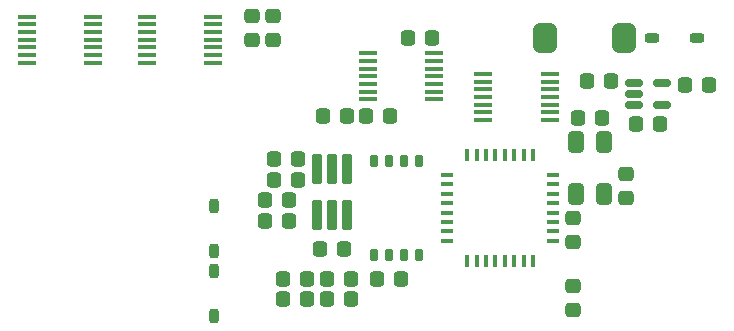
<source format=gtl>
G04*
G04  File:            DXEMU_STENCIL_V_1_0_(PCAD2006).STENC, Thu Jul 11 23:40:32 2019*
G04  Source:          P-CAD 2006 PCB, Version 19.02.958, (D:\retrocomputing\dxemu\PCB\dxemu_stencil_v_1_0_(pcad2006).pcb)*
G04  Format:          Gerber Format (RS-274-D), ASCII*
G04*
G04  Format Options:  Absolute Positioning*
G04                   Leading-Zero Suppression*
G04                   Scale Factor 1:1*
G04                   NO Circular Interpolation*
G04                   Inch Units*
G04                   Numeric Format: 4.4 (XXXX.XXXX)*
G04                   G54 NOT Used for Aperture Change*
G04                   Apertures Embedded*
G04*
G04  File Options:    Offset = (0.0mil,0.0mil)*
G04                   Drill Symbol Size = 80.0mil*
G04                   No Pad/Via Holes*
G04*
G04  File Contents:   Pads*
G04                   No Vias*
G04                   No Designators*
G04                   No Types*
G04                   No Values*
G04                   No Drill Symbols*
G04                   Top*
G04*
%INDXEMU_STENCIL_V_1_0_(PCAD2006).STENC*%
%ICAS*%
%MOIN*%
G04*
G04  Aperture MACROs for general use --- invoked via D-code assignment *
G04*
G04  General MACRO for flashed round with rotation and/or offset hole *
%AMROTOFFROUND*
1,1,$1,0.0000,0.0000*
1,0,$2,$3,$4*%
G04*
G04  General MACRO for flashed oval (obround) with rotation and/or offset hole *
%AMROTOFFOVAL*
21,1,$1,$2,0.0000,0.0000,$3*
1,1,$4,$5,$6*
1,1,$4,0-$5,0-$6*
1,0,$7,$8,$9*%
G04*
G04  General MACRO for flashed oval (obround) with rotation and no hole *
%AMROTOVALNOHOLE*
21,1,$1,$2,0.0000,0.0000,$3*
1,1,$4,$5,$6*
1,1,$4,0-$5,0-$6*%
G04*
G04  General MACRO for flashed rectangle with rotation and/or offset hole *
%AMROTOFFRECT*
21,1,$1,$2,0.0000,0.0000,$3*
1,0,$4,$5,$6*%
G04*
G04  General MACRO for flashed rectangle with rotation and no hole *
%AMROTRECTNOHOLE*
21,1,$1,$2,0.0000,0.0000,$3*%
G04*
G04  General MACRO for flashed rounded-rectangle *
%AMROUNDRECT*
21,1,$1,$2-$4,0.0000,0.0000,$3*
21,1,$1-$4,$2,0.0000,0.0000,$3*
1,1,$4,$5,$6*
1,1,$4,$7,$8*
1,1,$4,0-$5,0-$6*
1,1,$4,0-$7,0-$8*
1,0,$9,$10,$11*%
G04*
G04  General MACRO for flashed rounded-rectangle with rotation and no hole *
%AMROUNDRECTNOHOLE*
21,1,$1,$2-$4,0.0000,0.0000,$3*
21,1,$1-$4,$2,0.0000,0.0000,$3*
1,1,$4,$5,$6*
1,1,$4,$7,$8*
1,1,$4,0-$5,0-$6*
1,1,$4,0-$7,0-$8*%
G04*
G04  General MACRO for flashed regular polygon *
%AMREGPOLY*
5,1,$1,0.0000,0.0000,$2,$3+$4*
1,0,$5,$6,$7*%
G04*
G04  General MACRO for flashed regular polygon with no hole *
%AMREGPOLYNOHOLE*
5,1,$1,0.0000,0.0000,$2,$3+$4*%
G04*
G04  General MACRO for target *
%AMTARGET*
6,0,0,$1,$2,$3,4,$4,$5,$6*%
G04*
G04  General MACRO for mounting hole *
%AMMTHOLE*
1,1,$1,0,0*
1,0,$2,0,0*
$1=$1-$2*
$1=$1/2*
21,1,$2+$1,$3,0,0,$4*
21,1,$3,$2+$1,0,0,$4*%
G04*
G04*
G04  D10 : "Ellipse X0.254mm Y0.254mm H0.000mm 0.0deg (0.000mm,0.000mm) Draw"*
G04  Disc: OuterDia=0.0100*
%ADD10C, 0.0100*%
G04  D11 : "Ellipse X0.300mm Y0.300mm H0.000mm 0.0deg (0.000mm,0.000mm) Draw"*
G04  Disc: OuterDia=0.0118*
%ADD11C, 0.0118*%
G04  D12 : "Ellipse X0.400mm Y0.400mm H0.000mm 0.0deg (0.000mm,0.000mm) Draw"*
G04  Disc: OuterDia=0.0157*
%ADD12C, 0.0157*%
G04  D13 : "Ellipse X0.500mm Y0.500mm H0.000mm 0.0deg (0.000mm,0.000mm) Draw"*
G04  Disc: OuterDia=0.0197*
%ADD13C, 0.0197*%
G04  D14 : "Ellipse X0.050mm Y0.050mm H0.000mm 0.0deg (0.000mm,0.000mm) Draw"*
G04  Disc: OuterDia=0.0020*
%ADD14C, 0.0020*%
G04  D15 : "Ellipse X0.100mm Y0.100mm H0.000mm 0.0deg (0.000mm,0.000mm) Draw"*
G04  Disc: OuterDia=0.0039*
%ADD15C, 0.0039*%
G04  D16 : "Ellipse X0.800mm Y0.800mm H0.000mm 0.0deg (0.000mm,0.000mm) Draw"*
G04  Disc: OuterDia=0.0315*
%ADD16C, 0.0315*%
G04  D17 : "Ellipse X1.000mm Y1.000mm H0.000mm 0.0deg (0.000mm,0.000mm) Draw"*
G04  Disc: OuterDia=0.0394*
%ADD17C, 0.0394*%
G04  D18 : "Ellipse X0.167mm Y0.167mm H0.000mm 0.0deg (0.000mm,0.000mm) Draw"*
G04  Disc: OuterDia=0.0066*
%ADD18C, 0.0066*%
G04  D19 : "Ellipse X0.170mm Y0.170mm H0.000mm 0.0deg (0.000mm,0.000mm) Draw"*
G04  Disc: OuterDia=0.0067*
%ADD19C, 0.0067*%
G04  D20 : "Ellipse X0.250mm Y0.250mm H0.000mm 0.0deg (0.000mm,0.000mm) Draw"*
G04  Disc: OuterDia=0.0098*
%ADD20C, 0.0098*%
G04  D21 : "Rounded Rectangle X0.850mm Y2.600mm H0.000mm 0.0deg (0.000mm,0.000mm) Flash"*
G04  RoundRct: DimX=0.0335, DimY=0.1024, CornerRad=0.0084, Rotation=0.0, OffsetX=0.0000, OffsetY=0.0000, HoleDia=0.0000 *
%ADD21ROUNDRECTNOHOLE, 0.0335 X0.1024 X0.0 X0.0167 X-0.0084 X-0.0428 X-0.0084 X0.0428*%
G04  D22 : "Rounded Rectangle X1.231mm Y2.981mm H0.000mm 0.0deg (0.000mm,0.000mm) Flash"*
G04  RoundRct: DimX=0.0485, DimY=0.1174, CornerRad=0.0121, Rotation=0.0, OffsetX=0.0000, OffsetY=0.0000, HoleDia=0.0000 *
%ADD22ROUNDRECTNOHOLE, 0.0485 X0.1174 X0.0 X0.0242 X-0.0121 X-0.0466 X-0.0121 X0.0466*%
G04  D23 : "Rounded Rectangle X1.000mm Y0.400mm H0.000mm 0.0deg (0.000mm,0.000mm) Flash"*
G04  RoundRct: DimX=0.0394, DimY=0.0157, CornerRad=0.0039, Rotation=0.0, OffsetX=0.0000, OffsetY=0.0000, HoleDia=0.0000 *
%ADD23ROUNDRECTNOHOLE, 0.0394 X0.0157 X0.0 X0.0079 X-0.0157 X-0.0039 X-0.0157 X0.0039*%
G04  D24 : "Rounded Rectangle X0.400mm Y1.000mm H0.000mm 0.0deg (0.000mm,0.000mm) Flash"*
G04  RoundRct: DimX=0.0157, DimY=0.0394, CornerRad=0.0039, Rotation=0.0, OffsetX=0.0000, OffsetY=0.0000, HoleDia=0.0000 *
%ADD24ROUNDRECTNOHOLE, 0.0157 X0.0394 X0.0 X0.0079 X-0.0039 X-0.0157 X-0.0039 X0.0157*%
G04  D25 : "Rounded Rectangle X0.600mm Y1.100mm H0.000mm 0.0deg (0.000mm,0.000mm) Flash"*
G04  RoundRct: DimX=0.0236, DimY=0.0433, CornerRad=0.0059, Rotation=0.0, OffsetX=0.0000, OffsetY=0.0000, HoleDia=0.0000 *
%ADD25ROUNDRECTNOHOLE, 0.0236 X0.0433 X0.0 X0.0118 X-0.0059 X-0.0157 X-0.0059 X0.0157*%
G04  D26 : "Rounded Rectangle X1.200mm Y0.800mm H0.000mm 0.0deg (0.000mm,0.000mm) Flash"*
G04  RoundRct: DimX=0.0472, DimY=0.0315, CornerRad=0.0079, Rotation=0.0, OffsetX=0.0000, OffsetY=0.0000, HoleDia=0.0000 *
%ADD26ROUNDRECTNOHOLE, 0.0472 X0.0315 X0.0 X0.0157 X-0.0157 X-0.0079 X-0.0157 X0.0079*%
G04  D27 : "Rounded Rectangle X0.800mm Y1.200mm H0.000mm 0.0deg (0.000mm,0.000mm) Flash"*
G04  RoundRct: DimX=0.0315, DimY=0.0472, CornerRad=0.0079, Rotation=0.0, OffsetX=0.0000, OffsetY=0.0000, HoleDia=0.0000 *
%ADD27ROUNDRECTNOHOLE, 0.0315 X0.0472 X0.0 X0.0157 X-0.0079 X-0.0157 X-0.0079 X0.0157*%
G04  D28 : "Rounded Rectangle X1.200mm Y1.300mm H0.000mm 0.0deg (0.000mm,0.000mm) Flash"*
G04  RoundRct: DimX=0.0472, DimY=0.0512, CornerRad=0.0118, Rotation=0.0, OffsetX=0.0000, OffsetY=0.0000, HoleDia=0.0000 *
%ADD28ROUNDRECTNOHOLE, 0.0472 X0.0512 X0.0 X0.0236 X-0.0118 X-0.0138 X-0.0118 X0.0138*%
G04  D29 : "Rounded Rectangle X1.300mm Y1.200mm H0.000mm 0.0deg (0.000mm,0.000mm) Flash"*
G04  RoundRct: DimX=0.0512, DimY=0.0472, CornerRad=0.0118, Rotation=0.0, OffsetX=0.0000, OffsetY=0.0000, HoleDia=0.0000 *
%ADD29ROUNDRECTNOHOLE, 0.0512 X0.0472 X0.0 X0.0236 X-0.0138 X-0.0118 X-0.0138 X0.0118*%
G04  D30 : "Rounded Rectangle X1.381mm Y0.781mm H0.000mm 0.0deg (0.000mm,0.000mm) Flash"*
G04  RoundRct: DimX=0.0544, DimY=0.0307, CornerRad=0.0077, Rotation=0.0, OffsetX=0.0000, OffsetY=0.0000, HoleDia=0.0000 *
%ADD30ROUNDRECTNOHOLE, 0.0544 X0.0307 X0.0 X0.0154 X-0.0195 X-0.0077 X-0.0195 X0.0077*%
G04  D31 : "Rounded Rectangle X0.781mm Y1.381mm H0.000mm 0.0deg (0.000mm,0.000mm) Flash"*
G04  RoundRct: DimX=0.0307, DimY=0.0544, CornerRad=0.0077, Rotation=0.0, OffsetX=0.0000, OffsetY=0.0000, HoleDia=0.0000 *
%ADD31ROUNDRECTNOHOLE, 0.0307 X0.0544 X0.0 X0.0154 X-0.0077 X-0.0195 X-0.0077 X0.0195*%
G04  D32 : "Rounded Rectangle X0.981mm Y1.481mm H0.000mm 0.0deg (0.000mm,0.000mm) Flash"*
G04  RoundRct: DimX=0.0386, DimY=0.0583, CornerRad=0.0097, Rotation=0.0, OffsetX=0.0000, OffsetY=0.0000, HoleDia=0.0000 *
%ADD32ROUNDRECTNOHOLE, 0.0386 X0.0583 X0.0 X0.0193 X-0.0097 X-0.0195 X-0.0097 X0.0195*%
G04  D33 : "Rounded Rectangle X1.500mm Y0.600mm H0.000mm 0.0deg (0.000mm,0.000mm) Flash"*
G04  RoundRct: DimX=0.0591, DimY=0.0236, CornerRad=0.0059, Rotation=0.0, OffsetX=0.0000, OffsetY=0.0000, HoleDia=0.0000 *
%ADD33ROUNDRECTNOHOLE, 0.0591 X0.0236 X0.0 X0.0118 X-0.0236 X-0.0059 X-0.0236 X0.0059*%
G04  D34 : "Rounded Rectangle X1.581mm Y1.181mm H0.000mm 0.0deg (0.000mm,0.000mm) Flash"*
G04  RoundRct: DimX=0.0622, DimY=0.0465, CornerRad=0.0116, Rotation=0.0, OffsetX=0.0000, OffsetY=0.0000, HoleDia=0.0000 *
%ADD34ROUNDRECTNOHOLE, 0.0622 X0.0465 X0.0 X0.0232 X-0.0195 X-0.0116 X-0.0195 X0.0116*%
G04  D35 : "Rounded Rectangle X1.181mm Y1.581mm H0.000mm 0.0deg (0.000mm,0.000mm) Flash"*
G04  RoundRct: DimX=0.0465, DimY=0.0622, CornerRad=0.0116, Rotation=0.0, OffsetX=0.0000, OffsetY=0.0000, HoleDia=0.0000 *
%ADD35ROUNDRECTNOHOLE, 0.0465 X0.0622 X0.0 X0.0232 X-0.0116 X-0.0195 X-0.0116 X0.0195*%
G04  D36 : "Rounded Rectangle X1.581mm Y1.681mm H0.000mm 0.0deg (0.000mm,0.000mm) Flash"*
G04  RoundRct: DimX=0.0622, DimY=0.0662, CornerRad=0.0156, Rotation=0.0, OffsetX=0.0000, OffsetY=0.0000, HoleDia=0.0000 *
%ADD36ROUNDRECTNOHOLE, 0.0622 X0.0662 X0.0 X0.0311 X-0.0156 X-0.0175 X-0.0156 X0.0175*%
G04  D37 : "Rounded Rectangle X1.681mm Y1.581mm H0.000mm 0.0deg (0.000mm,0.000mm) Flash"*
G04  RoundRct: DimX=0.0662, DimY=0.0622, CornerRad=0.0156, Rotation=0.0, OffsetX=0.0000, OffsetY=0.0000, HoleDia=0.0000 *
%ADD37ROUNDRECTNOHOLE, 0.0662 X0.0622 X0.0 X0.0311 X-0.0175 X-0.0156 X-0.0175 X0.0156*%
G04  D38 : "Rounded Rectangle X1.400mm Y1.800mm H0.000mm 0.0deg (0.000mm,0.000mm) Flash"*
G04  RoundRct: DimX=0.0551, DimY=0.0709, CornerRad=0.0138, Rotation=0.0, OffsetX=0.0000, OffsetY=0.0000, HoleDia=0.0000 *
%ADD38ROUNDRECTNOHOLE, 0.0551 X0.0709 X0.0 X0.0276 X-0.0138 X-0.0217 X-0.0138 X0.0217*%
G04  D39 : "Rounded Rectangle X1.881mm Y0.981mm H0.000mm 0.0deg (0.000mm,0.000mm) Flash"*
G04  RoundRct: DimX=0.0741, DimY=0.0386, CornerRad=0.0097, Rotation=0.0, OffsetX=0.0000, OffsetY=0.0000, HoleDia=0.0000 *
%ADD39ROUNDRECTNOHOLE, 0.0741 X0.0386 X0.0 X0.0193 X-0.0274 X-0.0097 X-0.0274 X0.0097*%
G04  D40 : "Rounded Rectangle X2.000mm Y2.500mm H0.000mm 0.0deg (0.000mm,0.000mm) Flash"*
G04  RoundRct: DimX=0.0787, DimY=0.0984, CornerRad=0.0197, Rotation=0.0, OffsetX=0.0000, OffsetY=0.0000, HoleDia=0.0000 *
%ADD40ROUNDRECTNOHOLE, 0.0787 X0.0984 X0.0 X0.0394 X-0.0197 X-0.0295 X-0.0197 X0.0295*%
G04  D41 : "Rounded Rectangle X1.781mm Y2.181mm H0.000mm 0.0deg (0.000mm,0.000mm) Flash"*
G04  RoundRct: DimX=0.0701, DimY=0.0859, CornerRad=0.0175, Rotation=0.0, OffsetX=0.0000, OffsetY=0.0000, HoleDia=0.0000 *
%ADD41ROUNDRECTNOHOLE, 0.0701 X0.0859 X0.0 X0.0351 X-0.0175 X-0.0254 X-0.0175 X0.0254*%
G04  D42 : "Rounded Rectangle X2.381mm Y2.881mm H0.000mm 0.0deg (0.000mm,0.000mm) Flash"*
G04  RoundRct: DimX=0.0937, DimY=0.1134, CornerRad=0.0234, Rotation=0.0, OffsetX=0.0000, OffsetY=0.0000, HoleDia=0.0000 *
%ADD42ROUNDRECTNOHOLE, 0.0937 X0.1134 X0.0 X0.0469 X-0.0234 X-0.0333 X-0.0234 X0.0333*%
G04  D43 : "Rectangle X1.600mm Y0.350mm H0.000mm 0.0deg (0.000mm,0.000mm) Flash"*
G04  Rectangular: DimX=0.0630, DimY=0.0138, Rotation=0.0, OffsetX=0.0000, OffsetY=0.0000, HoleDia=0.0000 *
%ADD43R, 0.0630 X0.0138*%
G04  D44 : "Rectangle X1.740mm Y0.490mm H0.000mm 0.0deg (0.000mm,0.000mm) Flash"*
G04  Rectangular: DimX=0.0685, DimY=0.0193, Rotation=0.0, OffsetX=0.0000, OffsetY=0.0000, HoleDia=0.0000 *
%ADD44R, 0.0685 X0.0193*%
G04*
%FSLAX44Y44*%
%SFA1B1*%
%OFA0.0000B0.0000*%
G04*
G70*
G90*
G01*
D2*
%LNTop*%
D43*
X37324Y90127D3*
Y90383D3*
Y90639D3*
Y90895D3*
Y91151D3*
Y91663D3*
Y91407D3*
X41324Y90127D3*
Y90383D3*
Y90639D3*
Y90895D3*
Y91151D3*
Y91663D3*
X39529Y90127D3*
Y90383D3*
Y90639D3*
Y90895D3*
Y91407D3*
Y91663D3*
Y91151D3*
X41324Y91407D3*
D27*
X43553Y81692D3*
Y83169D3*
Y85334D3*
D43*
X43529Y90127D3*
Y90383D3*
Y90639D3*
Y90895D3*
Y91407D3*
Y91151D3*
Y91663D3*
D28*
X46659Y82234D3*
X45859D3*
X46659Y82923D3*
X45859D3*
X47336Y82234D3*
Y82923D3*
X46069Y84842D3*
Y85531D3*
X45564Y86220D3*
D21*
X46990Y85059D3*
X47490D3*
D28*
X46364Y86220D3*
X47188Y88336D3*
D29*
X45521Y91689D3*
Y90889D3*
D28*
X49005Y82923D3*
X49805D3*
X49415Y88336D3*
D43*
X48700Y88897D3*
Y89153D3*
Y89409D3*
Y89665D3*
D28*
X48615Y88336D3*
X50042Y90944D3*
D43*
X48700Y90177D3*
Y90433D3*
D24*
X53572Y83513D3*
X53257D3*
X52942D3*
X52627D3*
X52312D3*
X51998D3*
D23*
X51328Y86387D3*
Y85757D3*
Y85442D3*
Y85127D3*
Y84812D3*
Y84498D3*
Y84183D3*
Y86072D3*
D43*
X52539Y89744D3*
Y89488D3*
Y89232D3*
Y88976D3*
Y88720D3*
Y88464D3*
Y88208D3*
D29*
X55511Y81883D3*
Y82683D3*
D24*
X54202Y83513D3*
D29*
X55511Y84947D3*
D38*
X55629Y85748D3*
D23*
X54872Y86387D3*
Y86072D3*
Y85757D3*
Y85442D3*
Y84812D3*
Y84498D3*
Y84183D3*
Y85127D3*
D38*
X56574Y85748D3*
D28*
X56502Y88287D3*
X55997Y89517D3*
D43*
X54744Y89744D3*
Y89488D3*
Y89232D3*
Y88976D3*
Y88720D3*
Y88464D3*
Y88208D3*
D38*
X56574Y87480D3*
D28*
X55702Y88287D3*
D38*
X55629Y87480D3*
D40*
X54586Y90944D3*
D28*
X57621Y88090D3*
X58421D3*
D33*
X57549Y89448D3*
X58494Y88700D3*
Y89448D3*
D28*
X59245Y89370D3*
D33*
X57549Y89074D3*
Y88700D3*
D26*
X59645Y90944D3*
X58169D3*
D27*
X43553Y83858D3*
D28*
X47090Y83907D3*
X45564Y86909D3*
X46364D3*
D21*
X46990Y86594D3*
X47490D3*
D25*
X50405Y83710D3*
X49905D3*
X49405D3*
X48905D3*
X49405Y86860D3*
X48905D3*
D43*
X48700Y89921D3*
D25*
X49905Y86860D3*
X50405D3*
D24*
X53572Y87057D3*
X53257D3*
X52942D3*
X52627D3*
X52312D3*
X51998D3*
D29*
X55511Y84147D3*
D24*
X54202Y87057D3*
D28*
X48136Y82234D3*
Y82923D3*
X45269Y84842D3*
Y85531D3*
D21*
X47990Y85059D3*
D28*
X47988Y88336D3*
D29*
X44832Y91689D3*
Y90889D3*
D24*
X53887Y83513D3*
D29*
X57283Y85623D3*
Y86423D3*
D28*
X56797Y89517D3*
X60045Y89370D3*
D43*
X50905Y88897D3*
Y89153D3*
Y89409D3*
Y89665D3*
D28*
X50842Y90944D3*
D43*
X50905Y90177D3*
Y90433D3*
D40*
X57224Y90944D3*
D28*
X47890Y83907D3*
D21*
X47990Y86594D3*
D24*
X53887Y87057D3*
D43*
X50905Y89921D3*
D02M02*

</source>
